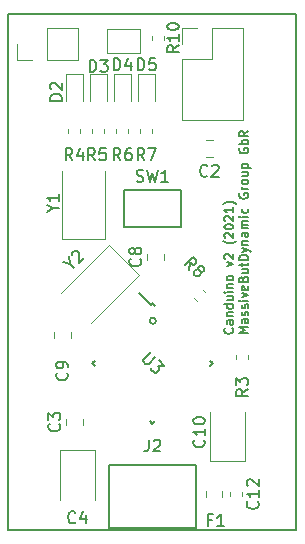
<source format=gbr>
%TF.GenerationSoftware,KiCad,Pcbnew,(5.0.2)-1*%
%TF.CreationDate,2020-12-10T22:03:50+01:00*%
%TF.ProjectId,canduino,63616e64-7569-46e6-9f2e-6b696361645f,rev?*%
%TF.SameCoordinates,Original*%
%TF.FileFunction,Legend,Top*%
%TF.FilePolarity,Positive*%
%FSLAX46Y46*%
G04 Gerber Fmt 4.6, Leading zero omitted, Abs format (unit mm)*
G04 Created by KiCad (PCBNEW (5.0.2)-1) date 10.12.2020 22:03:50*
%MOMM*%
%LPD*%
G01*
G04 APERTURE LIST*
%ADD10C,0.200000*%
%ADD11C,0.150000*%
%ADD12C,0.120000*%
G04 APERTURE END LIST*
D10*
X89192402Y-89484200D02*
G75*
G03X89192402Y-89484200I-267002J0D01*
G01*
D11*
X96986285Y-90528928D02*
X96236285Y-90528928D01*
X96772000Y-90278928D01*
X96236285Y-90028928D01*
X96986285Y-90028928D01*
X96986285Y-89350357D02*
X96593428Y-89350357D01*
X96522000Y-89386071D01*
X96486285Y-89457500D01*
X96486285Y-89600357D01*
X96522000Y-89671785D01*
X96950571Y-89350357D02*
X96986285Y-89421785D01*
X96986285Y-89600357D01*
X96950571Y-89671785D01*
X96879142Y-89707500D01*
X96807714Y-89707500D01*
X96736285Y-89671785D01*
X96700571Y-89600357D01*
X96700571Y-89421785D01*
X96664857Y-89350357D01*
X96950571Y-89028928D02*
X96986285Y-88957500D01*
X96986285Y-88814642D01*
X96950571Y-88743214D01*
X96879142Y-88707500D01*
X96843428Y-88707500D01*
X96772000Y-88743214D01*
X96736285Y-88814642D01*
X96736285Y-88921785D01*
X96700571Y-88993214D01*
X96629142Y-89028928D01*
X96593428Y-89028928D01*
X96522000Y-88993214D01*
X96486285Y-88921785D01*
X96486285Y-88814642D01*
X96522000Y-88743214D01*
X96950571Y-88421785D02*
X96986285Y-88350357D01*
X96986285Y-88207500D01*
X96950571Y-88136071D01*
X96879142Y-88100357D01*
X96843428Y-88100357D01*
X96772000Y-88136071D01*
X96736285Y-88207500D01*
X96736285Y-88314642D01*
X96700571Y-88386071D01*
X96629142Y-88421785D01*
X96593428Y-88421785D01*
X96522000Y-88386071D01*
X96486285Y-88314642D01*
X96486285Y-88207500D01*
X96522000Y-88136071D01*
X96986285Y-87778928D02*
X96486285Y-87778928D01*
X96236285Y-87778928D02*
X96272000Y-87814642D01*
X96307714Y-87778928D01*
X96272000Y-87743214D01*
X96236285Y-87778928D01*
X96307714Y-87778928D01*
X96486285Y-87493214D02*
X96986285Y-87314642D01*
X96486285Y-87136071D01*
X96950571Y-86564642D02*
X96986285Y-86636071D01*
X96986285Y-86778928D01*
X96950571Y-86850357D01*
X96879142Y-86886071D01*
X96593428Y-86886071D01*
X96522000Y-86850357D01*
X96486285Y-86778928D01*
X96486285Y-86636071D01*
X96522000Y-86564642D01*
X96593428Y-86528928D01*
X96664857Y-86528928D01*
X96736285Y-86886071D01*
X96593428Y-85957500D02*
X96629142Y-85850357D01*
X96664857Y-85814642D01*
X96736285Y-85778928D01*
X96843428Y-85778928D01*
X96914857Y-85814642D01*
X96950571Y-85850357D01*
X96986285Y-85921785D01*
X96986285Y-86207500D01*
X96236285Y-86207500D01*
X96236285Y-85957500D01*
X96272000Y-85886071D01*
X96307714Y-85850357D01*
X96379142Y-85814642D01*
X96450571Y-85814642D01*
X96522000Y-85850357D01*
X96557714Y-85886071D01*
X96593428Y-85957500D01*
X96593428Y-86207500D01*
X96486285Y-85136071D02*
X96986285Y-85136071D01*
X96486285Y-85457500D02*
X96879142Y-85457500D01*
X96950571Y-85421785D01*
X96986285Y-85350357D01*
X96986285Y-85243214D01*
X96950571Y-85171785D01*
X96914857Y-85136071D01*
X96486285Y-84886071D02*
X96486285Y-84600357D01*
X96236285Y-84778928D02*
X96879142Y-84778928D01*
X96950571Y-84743214D01*
X96986285Y-84671785D01*
X96986285Y-84600357D01*
X96986285Y-84350357D02*
X96236285Y-84350357D01*
X96236285Y-84171785D01*
X96272000Y-84064642D01*
X96343428Y-83993214D01*
X96414857Y-83957500D01*
X96557714Y-83921785D01*
X96664857Y-83921785D01*
X96807714Y-83957500D01*
X96879142Y-83993214D01*
X96950571Y-84064642D01*
X96986285Y-84171785D01*
X96986285Y-84350357D01*
X96486285Y-83671785D02*
X96986285Y-83493214D01*
X96486285Y-83314642D02*
X96986285Y-83493214D01*
X97164857Y-83564642D01*
X97200571Y-83600357D01*
X97236285Y-83671785D01*
X96486285Y-83028928D02*
X96986285Y-83028928D01*
X96557714Y-83028928D02*
X96522000Y-82993214D01*
X96486285Y-82921785D01*
X96486285Y-82814642D01*
X96522000Y-82743214D01*
X96593428Y-82707500D01*
X96986285Y-82707500D01*
X96986285Y-82028928D02*
X96593428Y-82028928D01*
X96522000Y-82064642D01*
X96486285Y-82136071D01*
X96486285Y-82278928D01*
X96522000Y-82350357D01*
X96950571Y-82028928D02*
X96986285Y-82100357D01*
X96986285Y-82278928D01*
X96950571Y-82350357D01*
X96879142Y-82386071D01*
X96807714Y-82386071D01*
X96736285Y-82350357D01*
X96700571Y-82278928D01*
X96700571Y-82100357D01*
X96664857Y-82028928D01*
X96986285Y-81671785D02*
X96486285Y-81671785D01*
X96557714Y-81671785D02*
X96522000Y-81636071D01*
X96486285Y-81564642D01*
X96486285Y-81457500D01*
X96522000Y-81386071D01*
X96593428Y-81350357D01*
X96986285Y-81350357D01*
X96593428Y-81350357D02*
X96522000Y-81314642D01*
X96486285Y-81243214D01*
X96486285Y-81136071D01*
X96522000Y-81064642D01*
X96593428Y-81028928D01*
X96986285Y-81028928D01*
X96986285Y-80671785D02*
X96486285Y-80671785D01*
X96236285Y-80671785D02*
X96272000Y-80707500D01*
X96307714Y-80671785D01*
X96272000Y-80636071D01*
X96236285Y-80671785D01*
X96307714Y-80671785D01*
X96950571Y-79993214D02*
X96986285Y-80064642D01*
X96986285Y-80207500D01*
X96950571Y-80278928D01*
X96914857Y-80314642D01*
X96843428Y-80350357D01*
X96629142Y-80350357D01*
X96557714Y-80314642D01*
X96522000Y-80278928D01*
X96486285Y-80207500D01*
X96486285Y-80064642D01*
X96522000Y-79993214D01*
X96272000Y-78707500D02*
X96236285Y-78778928D01*
X96236285Y-78886071D01*
X96272000Y-78993214D01*
X96343428Y-79064642D01*
X96414857Y-79100357D01*
X96557714Y-79136071D01*
X96664857Y-79136071D01*
X96807714Y-79100357D01*
X96879142Y-79064642D01*
X96950571Y-78993214D01*
X96986285Y-78886071D01*
X96986285Y-78814642D01*
X96950571Y-78707500D01*
X96914857Y-78671785D01*
X96664857Y-78671785D01*
X96664857Y-78814642D01*
X96986285Y-78350357D02*
X96486285Y-78350357D01*
X96629142Y-78350357D02*
X96557714Y-78314642D01*
X96522000Y-78278928D01*
X96486285Y-78207500D01*
X96486285Y-78136071D01*
X96986285Y-77778928D02*
X96950571Y-77850357D01*
X96914857Y-77886071D01*
X96843428Y-77921785D01*
X96629142Y-77921785D01*
X96557714Y-77886071D01*
X96522000Y-77850357D01*
X96486285Y-77778928D01*
X96486285Y-77671785D01*
X96522000Y-77600357D01*
X96557714Y-77564642D01*
X96629142Y-77528928D01*
X96843428Y-77528928D01*
X96914857Y-77564642D01*
X96950571Y-77600357D01*
X96986285Y-77671785D01*
X96986285Y-77778928D01*
X96486285Y-76886071D02*
X96986285Y-76886071D01*
X96486285Y-77207500D02*
X96879142Y-77207500D01*
X96950571Y-77171785D01*
X96986285Y-77100357D01*
X96986285Y-76993214D01*
X96950571Y-76921785D01*
X96914857Y-76886071D01*
X96486285Y-76528928D02*
X97236285Y-76528928D01*
X96522000Y-76528928D02*
X96486285Y-76457500D01*
X96486285Y-76314642D01*
X96522000Y-76243214D01*
X96557714Y-76207500D01*
X96629142Y-76171785D01*
X96843428Y-76171785D01*
X96914857Y-76207500D01*
X96950571Y-76243214D01*
X96986285Y-76314642D01*
X96986285Y-76457500D01*
X96950571Y-76528928D01*
X96272000Y-74886071D02*
X96236285Y-74957500D01*
X96236285Y-75064642D01*
X96272000Y-75171785D01*
X96343428Y-75243214D01*
X96414857Y-75278928D01*
X96557714Y-75314642D01*
X96664857Y-75314642D01*
X96807714Y-75278928D01*
X96879142Y-75243214D01*
X96950571Y-75171785D01*
X96986285Y-75064642D01*
X96986285Y-74993214D01*
X96950571Y-74886071D01*
X96914857Y-74850357D01*
X96664857Y-74850357D01*
X96664857Y-74993214D01*
X96986285Y-74528928D02*
X96236285Y-74528928D01*
X96522000Y-74528928D02*
X96486285Y-74457500D01*
X96486285Y-74314642D01*
X96522000Y-74243214D01*
X96557714Y-74207500D01*
X96629142Y-74171785D01*
X96843428Y-74171785D01*
X96914857Y-74207500D01*
X96950571Y-74243214D01*
X96986285Y-74314642D01*
X96986285Y-74457500D01*
X96950571Y-74528928D01*
X96986285Y-73421785D02*
X96629142Y-73671785D01*
X96986285Y-73850357D02*
X96236285Y-73850357D01*
X96236285Y-73564642D01*
X96272000Y-73493214D01*
X96307714Y-73457500D01*
X96379142Y-73421785D01*
X96486285Y-73421785D01*
X96557714Y-73457500D01*
X96593428Y-73493214D01*
X96629142Y-73564642D01*
X96629142Y-73850357D01*
X95644857Y-90100357D02*
X95680571Y-90136071D01*
X95716285Y-90243214D01*
X95716285Y-90314642D01*
X95680571Y-90421785D01*
X95609142Y-90493214D01*
X95537714Y-90528928D01*
X95394857Y-90564642D01*
X95287714Y-90564642D01*
X95144857Y-90528928D01*
X95073428Y-90493214D01*
X95002000Y-90421785D01*
X94966285Y-90314642D01*
X94966285Y-90243214D01*
X95002000Y-90136071D01*
X95037714Y-90100357D01*
X95716285Y-89457500D02*
X95323428Y-89457500D01*
X95252000Y-89493214D01*
X95216285Y-89564642D01*
X95216285Y-89707500D01*
X95252000Y-89778928D01*
X95680571Y-89457500D02*
X95716285Y-89528928D01*
X95716285Y-89707500D01*
X95680571Y-89778928D01*
X95609142Y-89814642D01*
X95537714Y-89814642D01*
X95466285Y-89778928D01*
X95430571Y-89707500D01*
X95430571Y-89528928D01*
X95394857Y-89457500D01*
X95216285Y-89100357D02*
X95716285Y-89100357D01*
X95287714Y-89100357D02*
X95252000Y-89064642D01*
X95216285Y-88993214D01*
X95216285Y-88886071D01*
X95252000Y-88814642D01*
X95323428Y-88778928D01*
X95716285Y-88778928D01*
X95716285Y-88100357D02*
X94966285Y-88100357D01*
X95680571Y-88100357D02*
X95716285Y-88171785D01*
X95716285Y-88314642D01*
X95680571Y-88386071D01*
X95644857Y-88421785D01*
X95573428Y-88457500D01*
X95359142Y-88457500D01*
X95287714Y-88421785D01*
X95252000Y-88386071D01*
X95216285Y-88314642D01*
X95216285Y-88171785D01*
X95252000Y-88100357D01*
X95216285Y-87421785D02*
X95716285Y-87421785D01*
X95216285Y-87743214D02*
X95609142Y-87743214D01*
X95680571Y-87707500D01*
X95716285Y-87636071D01*
X95716285Y-87528928D01*
X95680571Y-87457500D01*
X95644857Y-87421785D01*
X95716285Y-87064642D02*
X95216285Y-87064642D01*
X94966285Y-87064642D02*
X95002000Y-87100357D01*
X95037714Y-87064642D01*
X95002000Y-87028928D01*
X94966285Y-87064642D01*
X95037714Y-87064642D01*
X95216285Y-86707500D02*
X95716285Y-86707500D01*
X95287714Y-86707500D02*
X95252000Y-86671785D01*
X95216285Y-86600357D01*
X95216285Y-86493214D01*
X95252000Y-86421785D01*
X95323428Y-86386071D01*
X95716285Y-86386071D01*
X95716285Y-85921785D02*
X95680571Y-85993214D01*
X95644857Y-86028928D01*
X95573428Y-86064642D01*
X95359142Y-86064642D01*
X95287714Y-86028928D01*
X95252000Y-85993214D01*
X95216285Y-85921785D01*
X95216285Y-85814642D01*
X95252000Y-85743214D01*
X95287714Y-85707500D01*
X95359142Y-85671785D01*
X95573428Y-85671785D01*
X95644857Y-85707500D01*
X95680571Y-85743214D01*
X95716285Y-85814642D01*
X95716285Y-85921785D01*
X95216285Y-84850357D02*
X95716285Y-84671785D01*
X95216285Y-84493214D01*
X95037714Y-84243214D02*
X95002000Y-84207500D01*
X94966285Y-84136071D01*
X94966285Y-83957500D01*
X95002000Y-83886071D01*
X95037714Y-83850357D01*
X95109142Y-83814642D01*
X95180571Y-83814642D01*
X95287714Y-83850357D01*
X95716285Y-84278928D01*
X95716285Y-83814642D01*
X96002000Y-82707500D02*
X95966285Y-82743214D01*
X95859142Y-82814642D01*
X95787714Y-82850357D01*
X95680571Y-82886071D01*
X95502000Y-82921785D01*
X95359142Y-82921785D01*
X95180571Y-82886071D01*
X95073428Y-82850357D01*
X95002000Y-82814642D01*
X94894857Y-82743214D01*
X94859142Y-82707500D01*
X95037714Y-82457500D02*
X95002000Y-82421785D01*
X94966285Y-82350357D01*
X94966285Y-82171785D01*
X95002000Y-82100357D01*
X95037714Y-82064642D01*
X95109142Y-82028928D01*
X95180571Y-82028928D01*
X95287714Y-82064642D01*
X95716285Y-82493214D01*
X95716285Y-82028928D01*
X94966285Y-81564642D02*
X94966285Y-81493214D01*
X95002000Y-81421785D01*
X95037714Y-81386071D01*
X95109142Y-81350357D01*
X95252000Y-81314642D01*
X95430571Y-81314642D01*
X95573428Y-81350357D01*
X95644857Y-81386071D01*
X95680571Y-81421785D01*
X95716285Y-81493214D01*
X95716285Y-81564642D01*
X95680571Y-81636071D01*
X95644857Y-81671785D01*
X95573428Y-81707500D01*
X95430571Y-81743214D01*
X95252000Y-81743214D01*
X95109142Y-81707500D01*
X95037714Y-81671785D01*
X95002000Y-81636071D01*
X94966285Y-81564642D01*
X95037714Y-81028928D02*
X95002000Y-80993214D01*
X94966285Y-80921785D01*
X94966285Y-80743214D01*
X95002000Y-80671785D01*
X95037714Y-80636071D01*
X95109142Y-80600357D01*
X95180571Y-80600357D01*
X95287714Y-80636071D01*
X95716285Y-81064642D01*
X95716285Y-80600357D01*
X95716285Y-79886071D02*
X95716285Y-80314642D01*
X95716285Y-80100357D02*
X94966285Y-80100357D01*
X95073428Y-80171785D01*
X95144857Y-80243214D01*
X95180571Y-80314642D01*
X96002000Y-79636071D02*
X95966285Y-79600357D01*
X95859142Y-79528928D01*
X95787714Y-79493214D01*
X95680571Y-79457500D01*
X95502000Y-79421785D01*
X95359142Y-79421785D01*
X95180571Y-79457500D01*
X95073428Y-79493214D01*
X95002000Y-79528928D01*
X94894857Y-79600357D01*
X94859142Y-79636071D01*
D10*
X76708000Y-63500000D02*
X101092000Y-63500000D01*
X76708000Y-107188000D02*
X76708000Y-63500000D01*
X101092000Y-107188000D02*
X76708000Y-107188000D01*
X101092000Y-63500000D02*
X101092000Y-107188000D01*
D11*
X86500000Y-81585000D02*
X86500000Y-78435000D01*
X91300000Y-81585000D02*
X86500000Y-81585000D01*
X91300000Y-78435000D02*
X91300000Y-81585000D01*
X86500000Y-78435000D02*
X91300000Y-78435000D01*
D12*
X93467422Y-74220000D02*
X93984578Y-74220000D01*
X93467422Y-75640000D02*
X93984578Y-75640000D01*
X83006000Y-98302578D02*
X83006000Y-97785422D01*
X81586000Y-98302578D02*
X81586000Y-97785422D01*
X81040000Y-100410000D02*
X81040000Y-104620000D01*
X84060000Y-100410000D02*
X81040000Y-100410000D01*
X84060000Y-104620000D02*
X84060000Y-100410000D01*
X89864000Y-84332578D02*
X89864000Y-83815422D01*
X88444000Y-84332578D02*
X88444000Y-83815422D01*
X80570000Y-90936578D02*
X80570000Y-90419422D01*
X81990000Y-90936578D02*
X81990000Y-90419422D01*
X93740000Y-97183000D02*
X93740000Y-101393000D01*
X93740000Y-101393000D02*
X96760000Y-101393000D01*
X96760000Y-101393000D02*
X96760000Y-97183000D01*
X95502000Y-103977221D02*
X95502000Y-104302779D01*
X96522000Y-103977221D02*
X96522000Y-104302779D01*
X83031000Y-70904000D02*
X83031000Y-68619000D01*
X83031000Y-68619000D02*
X81561000Y-68619000D01*
X81561000Y-68619000D02*
X81561000Y-70904000D01*
X83593000Y-68619000D02*
X83593000Y-70904000D01*
X85063000Y-68619000D02*
X83593000Y-68619000D01*
X85063000Y-70904000D02*
X85063000Y-68619000D01*
X85625000Y-68619000D02*
X85625000Y-70904000D01*
X87095000Y-68619000D02*
X85625000Y-68619000D01*
X87095000Y-70904000D02*
X87095000Y-68619000D01*
X89127000Y-70904000D02*
X89127000Y-68619000D01*
X89127000Y-68619000D02*
X87657000Y-68619000D01*
X87657000Y-68619000D02*
X87657000Y-70904000D01*
X93397000Y-104398578D02*
X93397000Y-103881422D01*
X94817000Y-104398578D02*
X94817000Y-103881422D01*
X91380000Y-72450000D02*
X96580000Y-72450000D01*
X91380000Y-67310000D02*
X91380000Y-72450000D01*
X96580000Y-64710000D02*
X96580000Y-72450000D01*
X91380000Y-67310000D02*
X93980000Y-67310000D01*
X93980000Y-67310000D02*
X93980000Y-64710000D01*
X93980000Y-64710000D02*
X96580000Y-64710000D01*
X91380000Y-66040000D02*
X91380000Y-64710000D01*
X91380000Y-64710000D02*
X92710000Y-64710000D01*
D11*
X85200000Y-106995000D02*
X92600000Y-106995000D01*
X92600000Y-106995000D02*
X92600000Y-101670000D01*
X92600000Y-101670000D02*
X85200000Y-101670000D01*
X85200000Y-101670000D02*
X85200000Y-106995000D01*
D12*
X82610000Y-67370000D02*
X82610000Y-64710000D01*
X80010000Y-67370000D02*
X82610000Y-67370000D01*
X80010000Y-64710000D02*
X82610000Y-64710000D01*
X80010000Y-67370000D02*
X80010000Y-64710000D01*
X78740000Y-67370000D02*
X77410000Y-67370000D01*
X77410000Y-67370000D02*
X77410000Y-66040000D01*
X87872000Y-64786000D02*
X87872000Y-66786000D01*
X85072000Y-64786000D02*
X87872000Y-64786000D01*
X85072000Y-66786000D02*
X85072000Y-64786000D01*
X87872000Y-66786000D02*
X85072000Y-66786000D01*
X97030000Y-92745779D02*
X97030000Y-92420221D01*
X96010000Y-92745779D02*
X96010000Y-92420221D01*
X82806000Y-73243221D02*
X82806000Y-73568779D01*
X81786000Y-73243221D02*
X81786000Y-73568779D01*
X84838000Y-73243221D02*
X84838000Y-73568779D01*
X83818000Y-73243221D02*
X83818000Y-73568779D01*
X85850000Y-73243221D02*
X85850000Y-73568779D01*
X86870000Y-73243221D02*
X86870000Y-73568779D01*
X88902000Y-73243221D02*
X88902000Y-73568779D01*
X87882000Y-73243221D02*
X87882000Y-73568779D01*
X93390880Y-87081631D02*
X93160675Y-86851426D01*
X92669631Y-87802880D02*
X92439426Y-87572675D01*
X88898000Y-65369221D02*
X88898000Y-65694779D01*
X89918000Y-65369221D02*
X89918000Y-65694779D01*
D11*
X88900000Y-87964476D02*
X88740901Y-88123575D01*
X94026524Y-93091000D02*
X93796714Y-93320810D01*
X88900000Y-98217524D02*
X89129810Y-97987714D01*
X83773476Y-93091000D02*
X84003286Y-92861190D01*
X88900000Y-87964476D02*
X89129810Y-88194286D01*
X83773476Y-93091000D02*
X84003286Y-93320810D01*
X88900000Y-98217524D02*
X88670190Y-97987714D01*
X94026524Y-93091000D02*
X93796714Y-92861190D01*
X88740901Y-88123575D02*
X87733274Y-87115948D01*
D12*
X84858000Y-82552000D02*
X84858000Y-76802000D01*
X81258000Y-82552000D02*
X84858000Y-82552000D01*
X81258000Y-76802000D02*
X81258000Y-82552000D01*
X85211883Y-83057532D02*
X81146019Y-87123396D01*
X87757468Y-85603117D02*
X85211883Y-83057532D01*
X83691604Y-89668981D02*
X87757468Y-85603117D01*
D11*
X87566666Y-77664761D02*
X87709523Y-77712380D01*
X87947619Y-77712380D01*
X88042857Y-77664761D01*
X88090476Y-77617142D01*
X88138095Y-77521904D01*
X88138095Y-77426666D01*
X88090476Y-77331428D01*
X88042857Y-77283809D01*
X87947619Y-77236190D01*
X87757142Y-77188571D01*
X87661904Y-77140952D01*
X87614285Y-77093333D01*
X87566666Y-76998095D01*
X87566666Y-76902857D01*
X87614285Y-76807619D01*
X87661904Y-76760000D01*
X87757142Y-76712380D01*
X87995238Y-76712380D01*
X88138095Y-76760000D01*
X88471428Y-76712380D02*
X88709523Y-77712380D01*
X88900000Y-76998095D01*
X89090476Y-77712380D01*
X89328571Y-76712380D01*
X90233333Y-77712380D02*
X89661904Y-77712380D01*
X89947619Y-77712380D02*
X89947619Y-76712380D01*
X89852380Y-76855238D01*
X89757142Y-76950476D01*
X89661904Y-76998095D01*
X93559333Y-77192142D02*
X93511714Y-77239761D01*
X93368857Y-77287380D01*
X93273619Y-77287380D01*
X93130761Y-77239761D01*
X93035523Y-77144523D01*
X92987904Y-77049285D01*
X92940285Y-76858809D01*
X92940285Y-76715952D01*
X92987904Y-76525476D01*
X93035523Y-76430238D01*
X93130761Y-76335000D01*
X93273619Y-76287380D01*
X93368857Y-76287380D01*
X93511714Y-76335000D01*
X93559333Y-76382619D01*
X93940285Y-76382619D02*
X93987904Y-76335000D01*
X94083142Y-76287380D01*
X94321238Y-76287380D01*
X94416476Y-76335000D01*
X94464095Y-76382619D01*
X94511714Y-76477857D01*
X94511714Y-76573095D01*
X94464095Y-76715952D01*
X93892666Y-77287380D01*
X94511714Y-77287380D01*
X81003142Y-98210666D02*
X81050761Y-98258285D01*
X81098380Y-98401142D01*
X81098380Y-98496380D01*
X81050761Y-98639238D01*
X80955523Y-98734476D01*
X80860285Y-98782095D01*
X80669809Y-98829714D01*
X80526952Y-98829714D01*
X80336476Y-98782095D01*
X80241238Y-98734476D01*
X80146000Y-98639238D01*
X80098380Y-98496380D01*
X80098380Y-98401142D01*
X80146000Y-98258285D01*
X80193619Y-98210666D01*
X80098380Y-97877333D02*
X80098380Y-97258285D01*
X80479333Y-97591619D01*
X80479333Y-97448761D01*
X80526952Y-97353523D01*
X80574571Y-97305904D01*
X80669809Y-97258285D01*
X80907904Y-97258285D01*
X81003142Y-97305904D01*
X81050761Y-97353523D01*
X81098380Y-97448761D01*
X81098380Y-97734476D01*
X81050761Y-97829714D01*
X81003142Y-97877333D01*
X82383333Y-106529142D02*
X82335714Y-106576761D01*
X82192857Y-106624380D01*
X82097619Y-106624380D01*
X81954761Y-106576761D01*
X81859523Y-106481523D01*
X81811904Y-106386285D01*
X81764285Y-106195809D01*
X81764285Y-106052952D01*
X81811904Y-105862476D01*
X81859523Y-105767238D01*
X81954761Y-105672000D01*
X82097619Y-105624380D01*
X82192857Y-105624380D01*
X82335714Y-105672000D01*
X82383333Y-105719619D01*
X83240476Y-105957714D02*
X83240476Y-106624380D01*
X83002380Y-105576761D02*
X82764285Y-106291047D01*
X83383333Y-106291047D01*
X87861142Y-84240666D02*
X87908761Y-84288285D01*
X87956380Y-84431142D01*
X87956380Y-84526380D01*
X87908761Y-84669238D01*
X87813523Y-84764476D01*
X87718285Y-84812095D01*
X87527809Y-84859714D01*
X87384952Y-84859714D01*
X87194476Y-84812095D01*
X87099238Y-84764476D01*
X87004000Y-84669238D01*
X86956380Y-84526380D01*
X86956380Y-84431142D01*
X87004000Y-84288285D01*
X87051619Y-84240666D01*
X87384952Y-83669238D02*
X87337333Y-83764476D01*
X87289714Y-83812095D01*
X87194476Y-83859714D01*
X87146857Y-83859714D01*
X87051619Y-83812095D01*
X87004000Y-83764476D01*
X86956380Y-83669238D01*
X86956380Y-83478761D01*
X87004000Y-83383523D01*
X87051619Y-83335904D01*
X87146857Y-83288285D01*
X87194476Y-83288285D01*
X87289714Y-83335904D01*
X87337333Y-83383523D01*
X87384952Y-83478761D01*
X87384952Y-83669238D01*
X87432571Y-83764476D01*
X87480190Y-83812095D01*
X87575428Y-83859714D01*
X87765904Y-83859714D01*
X87861142Y-83812095D01*
X87908761Y-83764476D01*
X87956380Y-83669238D01*
X87956380Y-83478761D01*
X87908761Y-83383523D01*
X87861142Y-83335904D01*
X87765904Y-83288285D01*
X87575428Y-83288285D01*
X87480190Y-83335904D01*
X87432571Y-83383523D01*
X87384952Y-83478761D01*
X81637142Y-93892666D02*
X81684761Y-93940285D01*
X81732380Y-94083142D01*
X81732380Y-94178380D01*
X81684761Y-94321238D01*
X81589523Y-94416476D01*
X81494285Y-94464095D01*
X81303809Y-94511714D01*
X81160952Y-94511714D01*
X80970476Y-94464095D01*
X80875238Y-94416476D01*
X80780000Y-94321238D01*
X80732380Y-94178380D01*
X80732380Y-94083142D01*
X80780000Y-93940285D01*
X80827619Y-93892666D01*
X81732380Y-93416476D02*
X81732380Y-93226000D01*
X81684761Y-93130761D01*
X81637142Y-93083142D01*
X81494285Y-92987904D01*
X81303809Y-92940285D01*
X80922857Y-92940285D01*
X80827619Y-92987904D01*
X80780000Y-93035523D01*
X80732380Y-93130761D01*
X80732380Y-93321238D01*
X80780000Y-93416476D01*
X80827619Y-93464095D01*
X80922857Y-93511714D01*
X81160952Y-93511714D01*
X81256190Y-93464095D01*
X81303809Y-93416476D01*
X81351428Y-93321238D01*
X81351428Y-93130761D01*
X81303809Y-93035523D01*
X81256190Y-92987904D01*
X81160952Y-92940285D01*
X93257142Y-99575857D02*
X93304761Y-99623476D01*
X93352380Y-99766333D01*
X93352380Y-99861571D01*
X93304761Y-100004428D01*
X93209523Y-100099666D01*
X93114285Y-100147285D01*
X92923809Y-100194904D01*
X92780952Y-100194904D01*
X92590476Y-100147285D01*
X92495238Y-100099666D01*
X92400000Y-100004428D01*
X92352380Y-99861571D01*
X92352380Y-99766333D01*
X92400000Y-99623476D01*
X92447619Y-99575857D01*
X93352380Y-98623476D02*
X93352380Y-99194904D01*
X93352380Y-98909190D02*
X92352380Y-98909190D01*
X92495238Y-99004428D01*
X92590476Y-99099666D01*
X92638095Y-99194904D01*
X92352380Y-98004428D02*
X92352380Y-97909190D01*
X92400000Y-97813952D01*
X92447619Y-97766333D01*
X92542857Y-97718714D01*
X92733333Y-97671095D01*
X92971428Y-97671095D01*
X93161904Y-97718714D01*
X93257142Y-97766333D01*
X93304761Y-97813952D01*
X93352380Y-97909190D01*
X93352380Y-98004428D01*
X93304761Y-98099666D01*
X93257142Y-98147285D01*
X93161904Y-98194904D01*
X92971428Y-98242523D01*
X92733333Y-98242523D01*
X92542857Y-98194904D01*
X92447619Y-98147285D01*
X92400000Y-98099666D01*
X92352380Y-98004428D01*
X97799142Y-104782857D02*
X97846761Y-104830476D01*
X97894380Y-104973333D01*
X97894380Y-105068571D01*
X97846761Y-105211428D01*
X97751523Y-105306666D01*
X97656285Y-105354285D01*
X97465809Y-105401904D01*
X97322952Y-105401904D01*
X97132476Y-105354285D01*
X97037238Y-105306666D01*
X96942000Y-105211428D01*
X96894380Y-105068571D01*
X96894380Y-104973333D01*
X96942000Y-104830476D01*
X96989619Y-104782857D01*
X97894380Y-103830476D02*
X97894380Y-104401904D01*
X97894380Y-104116190D02*
X96894380Y-104116190D01*
X97037238Y-104211428D01*
X97132476Y-104306666D01*
X97180095Y-104401904D01*
X96989619Y-103449523D02*
X96942000Y-103401904D01*
X96894380Y-103306666D01*
X96894380Y-103068571D01*
X96942000Y-102973333D01*
X96989619Y-102925714D01*
X97084857Y-102878095D01*
X97180095Y-102878095D01*
X97322952Y-102925714D01*
X97894380Y-103497142D01*
X97894380Y-102878095D01*
X81224380Y-70842095D02*
X80224380Y-70842095D01*
X80224380Y-70604000D01*
X80272000Y-70461142D01*
X80367238Y-70365904D01*
X80462476Y-70318285D01*
X80652952Y-70270666D01*
X80795809Y-70270666D01*
X80986285Y-70318285D01*
X81081523Y-70365904D01*
X81176761Y-70461142D01*
X81224380Y-70604000D01*
X81224380Y-70842095D01*
X80319619Y-69889714D02*
X80272000Y-69842095D01*
X80224380Y-69746857D01*
X80224380Y-69508761D01*
X80272000Y-69413523D01*
X80319619Y-69365904D01*
X80414857Y-69318285D01*
X80510095Y-69318285D01*
X80652952Y-69365904D01*
X81224380Y-69937333D01*
X81224380Y-69318285D01*
X83589904Y-68397380D02*
X83589904Y-67397380D01*
X83828000Y-67397380D01*
X83970857Y-67445000D01*
X84066095Y-67540238D01*
X84113714Y-67635476D01*
X84161333Y-67825952D01*
X84161333Y-67968809D01*
X84113714Y-68159285D01*
X84066095Y-68254523D01*
X83970857Y-68349761D01*
X83828000Y-68397380D01*
X83589904Y-68397380D01*
X84494666Y-67397380D02*
X85113714Y-67397380D01*
X84780380Y-67778333D01*
X84923238Y-67778333D01*
X85018476Y-67825952D01*
X85066095Y-67873571D01*
X85113714Y-67968809D01*
X85113714Y-68206904D01*
X85066095Y-68302142D01*
X85018476Y-68349761D01*
X84923238Y-68397380D01*
X84637523Y-68397380D01*
X84542285Y-68349761D01*
X84494666Y-68302142D01*
X85621904Y-68270380D02*
X85621904Y-67270380D01*
X85860000Y-67270380D01*
X86002857Y-67318000D01*
X86098095Y-67413238D01*
X86145714Y-67508476D01*
X86193333Y-67698952D01*
X86193333Y-67841809D01*
X86145714Y-68032285D01*
X86098095Y-68127523D01*
X86002857Y-68222761D01*
X85860000Y-68270380D01*
X85621904Y-68270380D01*
X87050476Y-67603714D02*
X87050476Y-68270380D01*
X86812380Y-67222761D02*
X86574285Y-67937047D01*
X87193333Y-67937047D01*
X87653904Y-68270380D02*
X87653904Y-67270380D01*
X87892000Y-67270380D01*
X88034857Y-67318000D01*
X88130095Y-67413238D01*
X88177714Y-67508476D01*
X88225333Y-67698952D01*
X88225333Y-67841809D01*
X88177714Y-68032285D01*
X88130095Y-68127523D01*
X88034857Y-68222761D01*
X87892000Y-68270380D01*
X87653904Y-68270380D01*
X89130095Y-67270380D02*
X88653904Y-67270380D01*
X88606285Y-67746571D01*
X88653904Y-67698952D01*
X88749142Y-67651333D01*
X88987238Y-67651333D01*
X89082476Y-67698952D01*
X89130095Y-67746571D01*
X89177714Y-67841809D01*
X89177714Y-68079904D01*
X89130095Y-68175142D01*
X89082476Y-68222761D01*
X88987238Y-68270380D01*
X88749142Y-68270380D01*
X88653904Y-68222761D01*
X88606285Y-68175142D01*
X93900666Y-106354571D02*
X93567333Y-106354571D01*
X93567333Y-106878380D02*
X93567333Y-105878380D01*
X94043523Y-105878380D01*
X94948285Y-106878380D02*
X94376857Y-106878380D01*
X94662571Y-106878380D02*
X94662571Y-105878380D01*
X94567333Y-106021238D01*
X94472095Y-106116476D01*
X94376857Y-106164095D01*
X88566666Y-99552380D02*
X88566666Y-100266666D01*
X88519047Y-100409523D01*
X88423809Y-100504761D01*
X88280952Y-100552380D01*
X88185714Y-100552380D01*
X88995238Y-99647619D02*
X89042857Y-99600000D01*
X89138095Y-99552380D01*
X89376190Y-99552380D01*
X89471428Y-99600000D01*
X89519047Y-99647619D01*
X89566666Y-99742857D01*
X89566666Y-99838095D01*
X89519047Y-99980952D01*
X88947619Y-100552380D01*
X89566666Y-100552380D01*
X96972380Y-95289666D02*
X96496190Y-95623000D01*
X96972380Y-95861095D02*
X95972380Y-95861095D01*
X95972380Y-95480142D01*
X96020000Y-95384904D01*
X96067619Y-95337285D01*
X96162857Y-95289666D01*
X96305714Y-95289666D01*
X96400952Y-95337285D01*
X96448571Y-95384904D01*
X96496190Y-95480142D01*
X96496190Y-95861095D01*
X95972380Y-94956333D02*
X95972380Y-94337285D01*
X96353333Y-94670619D01*
X96353333Y-94527761D01*
X96400952Y-94432523D01*
X96448571Y-94384904D01*
X96543809Y-94337285D01*
X96781904Y-94337285D01*
X96877142Y-94384904D01*
X96924761Y-94432523D01*
X96972380Y-94527761D01*
X96972380Y-94813476D01*
X96924761Y-94908714D01*
X96877142Y-94956333D01*
X82129333Y-75890380D02*
X81796000Y-75414190D01*
X81557904Y-75890380D02*
X81557904Y-74890380D01*
X81938857Y-74890380D01*
X82034095Y-74938000D01*
X82081714Y-74985619D01*
X82129333Y-75080857D01*
X82129333Y-75223714D01*
X82081714Y-75318952D01*
X82034095Y-75366571D01*
X81938857Y-75414190D01*
X81557904Y-75414190D01*
X82986476Y-75223714D02*
X82986476Y-75890380D01*
X82748380Y-74842761D02*
X82510285Y-75557047D01*
X83129333Y-75557047D01*
X84034333Y-75890380D02*
X83701000Y-75414190D01*
X83462904Y-75890380D02*
X83462904Y-74890380D01*
X83843857Y-74890380D01*
X83939095Y-74938000D01*
X83986714Y-74985619D01*
X84034333Y-75080857D01*
X84034333Y-75223714D01*
X83986714Y-75318952D01*
X83939095Y-75366571D01*
X83843857Y-75414190D01*
X83462904Y-75414190D01*
X84939095Y-74890380D02*
X84462904Y-74890380D01*
X84415285Y-75366571D01*
X84462904Y-75318952D01*
X84558142Y-75271333D01*
X84796238Y-75271333D01*
X84891476Y-75318952D01*
X84939095Y-75366571D01*
X84986714Y-75461809D01*
X84986714Y-75699904D01*
X84939095Y-75795142D01*
X84891476Y-75842761D01*
X84796238Y-75890380D01*
X84558142Y-75890380D01*
X84462904Y-75842761D01*
X84415285Y-75795142D01*
X86193333Y-75890380D02*
X85860000Y-75414190D01*
X85621904Y-75890380D02*
X85621904Y-74890380D01*
X86002857Y-74890380D01*
X86098095Y-74938000D01*
X86145714Y-74985619D01*
X86193333Y-75080857D01*
X86193333Y-75223714D01*
X86145714Y-75318952D01*
X86098095Y-75366571D01*
X86002857Y-75414190D01*
X85621904Y-75414190D01*
X87050476Y-74890380D02*
X86860000Y-74890380D01*
X86764761Y-74938000D01*
X86717142Y-74985619D01*
X86621904Y-75128476D01*
X86574285Y-75318952D01*
X86574285Y-75699904D01*
X86621904Y-75795142D01*
X86669523Y-75842761D01*
X86764761Y-75890380D01*
X86955238Y-75890380D01*
X87050476Y-75842761D01*
X87098095Y-75795142D01*
X87145714Y-75699904D01*
X87145714Y-75461809D01*
X87098095Y-75366571D01*
X87050476Y-75318952D01*
X86955238Y-75271333D01*
X86764761Y-75271333D01*
X86669523Y-75318952D01*
X86621904Y-75366571D01*
X86574285Y-75461809D01*
X88225333Y-75890380D02*
X87892000Y-75414190D01*
X87653904Y-75890380D02*
X87653904Y-74890380D01*
X88034857Y-74890380D01*
X88130095Y-74938000D01*
X88177714Y-74985619D01*
X88225333Y-75080857D01*
X88225333Y-75223714D01*
X88177714Y-75318952D01*
X88130095Y-75366571D01*
X88034857Y-75414190D01*
X87653904Y-75414190D01*
X88558666Y-74890380D02*
X89225333Y-74890380D01*
X88796761Y-75890380D01*
X92018267Y-85165030D02*
X92119282Y-84592610D01*
X91614206Y-84760969D02*
X92321312Y-84053862D01*
X92590687Y-84323236D01*
X92624358Y-84424251D01*
X92624358Y-84491595D01*
X92590687Y-84592610D01*
X92489671Y-84693625D01*
X92388656Y-84727297D01*
X92321312Y-84727297D01*
X92220297Y-84693625D01*
X91950923Y-84424251D01*
X92826389Y-85165030D02*
X92792717Y-85064015D01*
X92792717Y-84996671D01*
X92826389Y-84895656D01*
X92860061Y-84861984D01*
X92961076Y-84828312D01*
X93028419Y-84828312D01*
X93129435Y-84861984D01*
X93264122Y-84996671D01*
X93297793Y-85097687D01*
X93297793Y-85165030D01*
X93264122Y-85266045D01*
X93230450Y-85299717D01*
X93129435Y-85333389D01*
X93062091Y-85333389D01*
X92961076Y-85299717D01*
X92826389Y-85165030D01*
X92725374Y-85131358D01*
X92658030Y-85131358D01*
X92557015Y-85165030D01*
X92422328Y-85299717D01*
X92388656Y-85400732D01*
X92388656Y-85468076D01*
X92422328Y-85569091D01*
X92557015Y-85703778D01*
X92658030Y-85737450D01*
X92725374Y-85737450D01*
X92826389Y-85703778D01*
X92961076Y-85569091D01*
X92994748Y-85468076D01*
X92994748Y-85400732D01*
X92961076Y-85299717D01*
X91130380Y-66174857D02*
X90654190Y-66508190D01*
X91130380Y-66746285D02*
X90130380Y-66746285D01*
X90130380Y-66365333D01*
X90178000Y-66270095D01*
X90225619Y-66222476D01*
X90320857Y-66174857D01*
X90463714Y-66174857D01*
X90558952Y-66222476D01*
X90606571Y-66270095D01*
X90654190Y-66365333D01*
X90654190Y-66746285D01*
X91130380Y-65222476D02*
X91130380Y-65793904D01*
X91130380Y-65508190D02*
X90130380Y-65508190D01*
X90273238Y-65603428D01*
X90368476Y-65698666D01*
X90416095Y-65793904D01*
X90130380Y-64603428D02*
X90130380Y-64508190D01*
X90178000Y-64412952D01*
X90225619Y-64365333D01*
X90320857Y-64317714D01*
X90511333Y-64270095D01*
X90749428Y-64270095D01*
X90939904Y-64317714D01*
X91035142Y-64365333D01*
X91082761Y-64412952D01*
X91130380Y-64508190D01*
X91130380Y-64603428D01*
X91082761Y-64698666D01*
X91035142Y-64746285D01*
X90939904Y-64793904D01*
X90749428Y-64841523D01*
X90511333Y-64841523D01*
X90320857Y-64793904D01*
X90225619Y-64746285D01*
X90178000Y-64698666D01*
X90130380Y-64603428D01*
X88748477Y-92165026D02*
X88176057Y-92737446D01*
X88142385Y-92838461D01*
X88142385Y-92905805D01*
X88176057Y-93006820D01*
X88310744Y-93141507D01*
X88411759Y-93175179D01*
X88479103Y-93175179D01*
X88580118Y-93141507D01*
X89152538Y-92569087D01*
X89421912Y-92838461D02*
X89859644Y-93276194D01*
X89354568Y-93309866D01*
X89455583Y-93410881D01*
X89489255Y-93511896D01*
X89489255Y-93579240D01*
X89455583Y-93680255D01*
X89287225Y-93848614D01*
X89186209Y-93882286D01*
X89118866Y-93882286D01*
X89017851Y-93848614D01*
X88815820Y-93646583D01*
X88782148Y-93545568D01*
X88782148Y-93478225D01*
X80494190Y-79978190D02*
X80970380Y-79978190D01*
X79970380Y-80311523D02*
X80494190Y-79978190D01*
X79970380Y-79644857D01*
X80970380Y-78787714D02*
X80970380Y-79359142D01*
X80970380Y-79073428D02*
X79970380Y-79073428D01*
X80113238Y-79168666D01*
X80208476Y-79263904D01*
X80256095Y-79359142D01*
X81942446Y-84647880D02*
X82279164Y-84984598D01*
X81336355Y-84513193D02*
X81942446Y-84647880D01*
X81807759Y-84041789D01*
X82077133Y-83907102D02*
X82077133Y-83839758D01*
X82110805Y-83738743D01*
X82279164Y-83570384D01*
X82380179Y-83536712D01*
X82447522Y-83536712D01*
X82548538Y-83570384D01*
X82615881Y-83637728D01*
X82683225Y-83772415D01*
X82683225Y-84580537D01*
X83120957Y-84142804D01*
M02*

</source>
